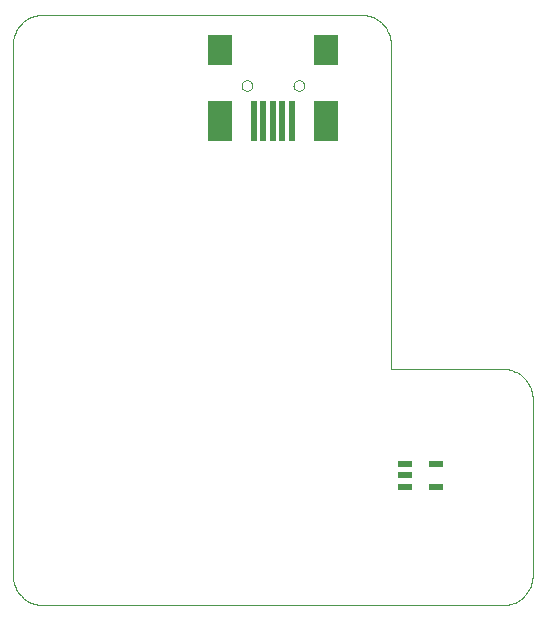
<source format=gbp>
G75*
G70*
%OFA0B0*%
%FSLAX24Y24*%
%IPPOS*%
%LPD*%
%AMOC8*
5,1,8,0,0,1.08239X$1,22.5*
%
%ADD10C,0.0000*%
%ADD11R,0.0472X0.0217*%
%ADD12R,0.0787X0.0984*%
%ADD13R,0.0787X0.1378*%
%ADD14R,0.0197X0.1378*%
D10*
X001269Y001047D02*
X016592Y001047D01*
X016652Y001049D01*
X016713Y001054D01*
X016772Y001063D01*
X016831Y001076D01*
X016890Y001092D01*
X016947Y001112D01*
X017002Y001135D01*
X017057Y001162D01*
X017109Y001191D01*
X017160Y001224D01*
X017209Y001260D01*
X017255Y001298D01*
X017299Y001340D01*
X017341Y001384D01*
X017379Y001430D01*
X017415Y001479D01*
X017448Y001530D01*
X017477Y001582D01*
X017504Y001637D01*
X017527Y001692D01*
X017547Y001749D01*
X017563Y001808D01*
X017576Y001867D01*
X017585Y001926D01*
X017590Y001987D01*
X017592Y002047D01*
X017592Y007921D01*
X017590Y007981D01*
X017585Y008042D01*
X017576Y008101D01*
X017563Y008160D01*
X017547Y008219D01*
X017527Y008276D01*
X017504Y008331D01*
X017477Y008386D01*
X017448Y008438D01*
X017415Y008489D01*
X017379Y008538D01*
X017341Y008584D01*
X017299Y008628D01*
X017255Y008670D01*
X017209Y008708D01*
X017160Y008744D01*
X017109Y008777D01*
X017057Y008806D01*
X017002Y008833D01*
X016947Y008856D01*
X016890Y008876D01*
X016831Y008892D01*
X016772Y008905D01*
X016713Y008914D01*
X016652Y008919D01*
X016592Y008921D01*
X012867Y008921D01*
X012867Y019732D01*
X012865Y019792D01*
X012860Y019853D01*
X012851Y019912D01*
X012838Y019971D01*
X012822Y020030D01*
X012802Y020087D01*
X012779Y020142D01*
X012752Y020197D01*
X012723Y020249D01*
X012690Y020300D01*
X012654Y020349D01*
X012616Y020395D01*
X012574Y020439D01*
X012530Y020481D01*
X012484Y020519D01*
X012435Y020555D01*
X012384Y020588D01*
X012332Y020617D01*
X012277Y020644D01*
X012222Y020667D01*
X012165Y020687D01*
X012106Y020703D01*
X012047Y020716D01*
X011988Y020725D01*
X011927Y020730D01*
X011867Y020732D01*
X001269Y020732D01*
X001209Y020730D01*
X001148Y020725D01*
X001089Y020716D01*
X001030Y020703D01*
X000971Y020687D01*
X000914Y020667D01*
X000859Y020644D01*
X000804Y020617D01*
X000752Y020588D01*
X000701Y020555D01*
X000652Y020519D01*
X000606Y020481D01*
X000562Y020439D01*
X000520Y020395D01*
X000482Y020349D01*
X000446Y020300D01*
X000413Y020249D01*
X000384Y020197D01*
X000357Y020142D01*
X000334Y020087D01*
X000314Y020030D01*
X000298Y019971D01*
X000285Y019912D01*
X000276Y019853D01*
X000271Y019792D01*
X000269Y019732D01*
X000269Y002047D01*
X000271Y001987D01*
X000276Y001926D01*
X000285Y001867D01*
X000298Y001808D01*
X000314Y001749D01*
X000334Y001692D01*
X000357Y001637D01*
X000384Y001582D01*
X000413Y001530D01*
X000446Y001479D01*
X000482Y001430D01*
X000520Y001384D01*
X000562Y001340D01*
X000606Y001298D01*
X000652Y001260D01*
X000701Y001224D01*
X000752Y001191D01*
X000804Y001162D01*
X000859Y001135D01*
X000914Y001112D01*
X000971Y001092D01*
X001030Y001076D01*
X001089Y001063D01*
X001148Y001054D01*
X001209Y001049D01*
X001269Y001047D01*
X007887Y018370D02*
X007889Y018396D01*
X007895Y018422D01*
X007905Y018447D01*
X007918Y018470D01*
X007934Y018490D01*
X007954Y018508D01*
X007976Y018523D01*
X007999Y018535D01*
X008025Y018543D01*
X008051Y018547D01*
X008077Y018547D01*
X008103Y018543D01*
X008129Y018535D01*
X008153Y018523D01*
X008174Y018508D01*
X008194Y018490D01*
X008210Y018470D01*
X008223Y018447D01*
X008233Y018422D01*
X008239Y018396D01*
X008241Y018370D01*
X008239Y018344D01*
X008233Y018318D01*
X008223Y018293D01*
X008210Y018270D01*
X008194Y018250D01*
X008174Y018232D01*
X008152Y018217D01*
X008129Y018205D01*
X008103Y018197D01*
X008077Y018193D01*
X008051Y018193D01*
X008025Y018197D01*
X007999Y018205D01*
X007975Y018217D01*
X007954Y018232D01*
X007934Y018250D01*
X007918Y018270D01*
X007905Y018293D01*
X007895Y018318D01*
X007889Y018344D01*
X007887Y018370D01*
X009619Y018370D02*
X009621Y018396D01*
X009627Y018422D01*
X009637Y018447D01*
X009650Y018470D01*
X009666Y018490D01*
X009686Y018508D01*
X009708Y018523D01*
X009731Y018535D01*
X009757Y018543D01*
X009783Y018547D01*
X009809Y018547D01*
X009835Y018543D01*
X009861Y018535D01*
X009885Y018523D01*
X009906Y018508D01*
X009926Y018490D01*
X009942Y018470D01*
X009955Y018447D01*
X009965Y018422D01*
X009971Y018396D01*
X009973Y018370D01*
X009971Y018344D01*
X009965Y018318D01*
X009955Y018293D01*
X009942Y018270D01*
X009926Y018250D01*
X009906Y018232D01*
X009884Y018217D01*
X009861Y018205D01*
X009835Y018197D01*
X009809Y018193D01*
X009783Y018193D01*
X009757Y018197D01*
X009731Y018205D01*
X009707Y018217D01*
X009686Y018232D01*
X009666Y018250D01*
X009650Y018270D01*
X009637Y018293D01*
X009627Y018318D01*
X009621Y018344D01*
X009619Y018370D01*
D11*
X013340Y005751D03*
X013340Y005377D03*
X013340Y005003D03*
X014363Y005003D03*
X014363Y005751D03*
D12*
X010702Y019551D03*
X007159Y019551D03*
D13*
X007159Y017188D03*
X010702Y017188D03*
D14*
X009560Y017188D03*
X009245Y017188D03*
X008930Y017188D03*
X008615Y017188D03*
X008296Y017184D03*
M02*

</source>
